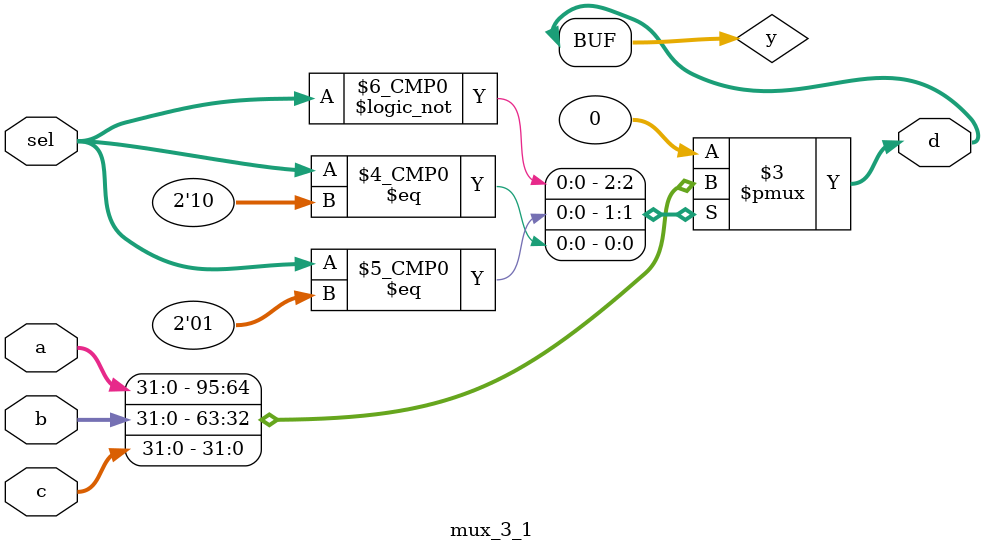
<source format=v>
`ifndef mux_v
`define mux_v
module  mux(a,b,c,sel);
input [31:0] a,b;
input sel;
output [31:0] c;
    
    assign c = sel ? b : a ;
 
endmodule

module mux_3_1(a,b,c,sel,d);
input [31:0] a,b,c;
input [1:0] sel;
output[31:0] d;
reg [31:0] y;
assign d=y;
always @(*)
    case(sel)
        2'b00 : y=a;
        2'b01 : y=b;
        2'b10 : y=c;
        default : y=31'h00000000; 
    endcase

endmodule
`endif


</source>
